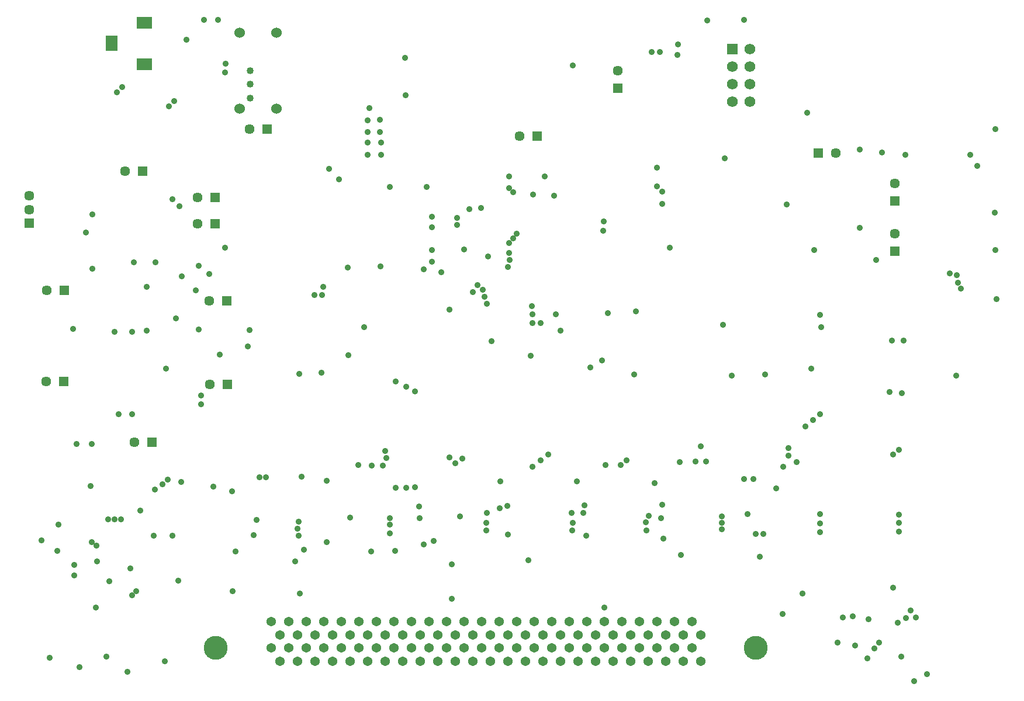
<source format=gbs>
G04*
G04 #@! TF.GenerationSoftware,Altium Limited,Altium Designer,20.2.5 (213)*
G04*
G04 Layer_Color=16711935*
%FSLAX25Y25*%
%MOIN*%
G70*
G04*
G04 #@! TF.SameCoordinates,4C881970-A33B-4F38-ADD6-4E4DC0F1003D*
G04*
G04*
G04 #@! TF.FilePolarity,Negative*
G04*
G01*
G75*
%ADD75R,0.05682X0.05682*%
%ADD76C,0.05682*%
%ADD77C,0.04000*%
%ADD78C,0.06000*%
%ADD79C,0.06181*%
%ADD80R,0.06181X0.06181*%
%ADD81R,0.05682X0.05682*%
%ADD82R,0.06706X0.09068*%
%ADD83R,0.09068X0.06706*%
%ADD84C,0.05386*%
%ADD85C,0.13674*%
%ADD86C,0.05721*%
%ADD87R,0.05721X0.05721*%
%ADD88C,0.03556*%
D75*
X197000Y242000D02*
D03*
X262500Y420500D02*
D03*
X416500Y416500D02*
D03*
X577000Y407000D02*
D03*
X233000Y366500D02*
D03*
X191500Y396500D02*
D03*
X147000Y328500D02*
D03*
X239500Y322500D02*
D03*
X239750Y275000D02*
D03*
X146500Y276500D02*
D03*
X233000Y381500D02*
D03*
D76*
X187000Y242000D02*
D03*
X252500Y420500D02*
D03*
X406500Y416500D02*
D03*
X587000Y407000D02*
D03*
X620500Y361000D02*
D03*
X223000Y366500D02*
D03*
X620500Y389500D02*
D03*
X181500Y396500D02*
D03*
X137000Y328500D02*
D03*
X229500Y322500D02*
D03*
X229750Y275000D02*
D03*
X136500Y276500D02*
D03*
X223000Y381500D02*
D03*
X462500Y454000D02*
D03*
D77*
X253000Y438252D02*
D03*
Y446126D02*
D03*
Y454000D02*
D03*
D78*
X246898Y432346D02*
D03*
Y475654D02*
D03*
X267764Y432346D02*
D03*
Y475654D02*
D03*
D79*
X537922Y436351D02*
D03*
Y446351D02*
D03*
Y456351D02*
D03*
Y466351D02*
D03*
X527922Y436351D02*
D03*
Y446351D02*
D03*
Y456351D02*
D03*
D80*
Y466351D02*
D03*
D81*
X620500Y351000D02*
D03*
Y379500D02*
D03*
X462500Y444000D02*
D03*
D82*
X173996Y469500D02*
D03*
D83*
X192500Y481311D02*
D03*
Y457689D02*
D03*
D84*
X269768Y116929D02*
D03*
X279768D02*
D03*
X289768D02*
D03*
X299768D02*
D03*
X309768D02*
D03*
X319768D02*
D03*
X329768D02*
D03*
X339768D02*
D03*
X349768D02*
D03*
X359768D02*
D03*
X369768D02*
D03*
X379768D02*
D03*
X389768D02*
D03*
X399768D02*
D03*
X409768D02*
D03*
X419768D02*
D03*
X429768D02*
D03*
X439768D02*
D03*
X449768D02*
D03*
X459768D02*
D03*
X469768D02*
D03*
X479768D02*
D03*
X489768D02*
D03*
X499768D02*
D03*
X509768D02*
D03*
X264768Y124409D02*
D03*
X274768D02*
D03*
X284768D02*
D03*
X294768D02*
D03*
X304768D02*
D03*
X314768D02*
D03*
X324768D02*
D03*
X334768D02*
D03*
X344768D02*
D03*
X354768D02*
D03*
X364768D02*
D03*
X374768D02*
D03*
X384768D02*
D03*
X394768D02*
D03*
X404768D02*
D03*
X414768D02*
D03*
X424768D02*
D03*
X434768D02*
D03*
X444768D02*
D03*
X454768D02*
D03*
X464768D02*
D03*
X474768D02*
D03*
X484768D02*
D03*
X494768D02*
D03*
X504768D02*
D03*
X269768Y131890D02*
D03*
X279768D02*
D03*
X289768D02*
D03*
X299768D02*
D03*
X309768D02*
D03*
X319768D02*
D03*
X329768D02*
D03*
X339768D02*
D03*
X349768D02*
D03*
X359768D02*
D03*
X369768D02*
D03*
X379768D02*
D03*
X389768D02*
D03*
X399768D02*
D03*
X409768D02*
D03*
X419768D02*
D03*
X429768D02*
D03*
X439768D02*
D03*
X449768D02*
D03*
X459768D02*
D03*
X469768D02*
D03*
X479768D02*
D03*
X489768D02*
D03*
X499768D02*
D03*
X509768D02*
D03*
X264768Y139370D02*
D03*
X274768D02*
D03*
X284768D02*
D03*
X294768D02*
D03*
X304768D02*
D03*
X314768D02*
D03*
X324768D02*
D03*
X334768D02*
D03*
X344768D02*
D03*
X354768D02*
D03*
X364768D02*
D03*
X374768D02*
D03*
X384768D02*
D03*
X394768D02*
D03*
X404768D02*
D03*
X414768D02*
D03*
X424768D02*
D03*
X434768D02*
D03*
X444768D02*
D03*
X454768D02*
D03*
X464768D02*
D03*
X474768D02*
D03*
X484768D02*
D03*
X494768D02*
D03*
X504768D02*
D03*
D85*
X233272Y124409D02*
D03*
X541264D02*
D03*
D86*
X127000Y374626D02*
D03*
Y382500D02*
D03*
D87*
Y366752D02*
D03*
D88*
X540000Y221000D02*
D03*
X559810Y234053D02*
D03*
X553000Y215500D02*
D03*
X605500Y141000D02*
D03*
X622074Y138985D02*
D03*
X619696Y159000D02*
D03*
X243000Y157000D02*
D03*
X255000Y189000D02*
D03*
X631500Y105500D02*
D03*
X545500Y189500D02*
D03*
X357500Y185500D02*
D03*
X296500Y185000D02*
D03*
X314500Y229000D02*
D03*
X296688Y220021D02*
D03*
X212000Y163000D02*
D03*
X184500Y170000D02*
D03*
X541243Y189678D02*
D03*
X488500Y187000D02*
D03*
X444500Y188500D02*
D03*
X400000Y189122D02*
D03*
X252500Y306000D02*
D03*
X251500Y296500D02*
D03*
X244637Y179637D02*
D03*
X281068Y155569D02*
D03*
X351979Y183495D02*
D03*
X568000Y155500D02*
D03*
X543500Y176500D02*
D03*
X498500Y177500D02*
D03*
X454811Y147500D02*
D03*
X411500Y174500D02*
D03*
X368000Y152500D02*
D03*
X152000Y306500D02*
D03*
X175579Y304998D02*
D03*
X185500Y305000D02*
D03*
X193952Y305567D02*
D03*
X222000Y328500D02*
D03*
X214000Y336500D02*
D03*
X163000Y341000D02*
D03*
X186500Y344500D02*
D03*
X199000D02*
D03*
X238500Y353000D02*
D03*
X208500Y380500D02*
D03*
X212500Y376500D02*
D03*
X163000Y372000D02*
D03*
X159206Y361546D02*
D03*
X177000Y441500D02*
D03*
X180000Y444500D02*
D03*
X206510Y433515D02*
D03*
X209500Y436500D02*
D03*
X216500Y471500D02*
D03*
X238749Y457797D02*
D03*
X238500Y453000D02*
D03*
X226500Y483000D02*
D03*
X234500D02*
D03*
X341500Y440000D02*
D03*
X341124Y461131D02*
D03*
X486500Y464500D02*
D03*
X482000D02*
D03*
X570500Y430000D02*
D03*
X437000Y457000D02*
D03*
X496500Y463000D02*
D03*
X513500Y482500D02*
D03*
X534500Y483000D02*
D03*
X522500Y309000D02*
D03*
X578000Y314517D02*
D03*
X578500Y307500D02*
D03*
X412992Y291140D02*
D03*
X447000Y284500D02*
D03*
X453500Y288500D02*
D03*
X472000Y280500D02*
D03*
X527500Y280000D02*
D03*
X546500Y280500D02*
D03*
X573000Y284000D02*
D03*
X619500Y235000D02*
D03*
X617555Y270434D02*
D03*
X619000Y300000D02*
D03*
X623000Y237500D02*
D03*
X624500Y270000D02*
D03*
X625500Y300000D02*
D03*
X678500Y323500D02*
D03*
X655863Y337278D02*
D03*
X656500Y333000D02*
D03*
X658139Y329435D02*
D03*
X655500Y280000D02*
D03*
X610000Y346000D02*
D03*
X651872Y338088D02*
D03*
X667500Y399500D02*
D03*
X678000Y420500D02*
D03*
X626500Y406000D02*
D03*
X600500Y409000D02*
D03*
X613103Y407127D02*
D03*
X600611Y364335D02*
D03*
X574500Y351500D02*
D03*
X523672Y403737D02*
D03*
X485000Y398500D02*
D03*
Y388000D02*
D03*
X488000Y385000D02*
D03*
Y378000D02*
D03*
X492184Y352909D02*
D03*
X454500Y368000D02*
D03*
X454149Y362667D02*
D03*
X421000Y393500D02*
D03*
X400500D02*
D03*
X403000Y384500D02*
D03*
X400500Y387000D02*
D03*
X384446Y375565D02*
D03*
X378000Y375000D02*
D03*
X371000Y370000D02*
D03*
X351959Y340511D02*
D03*
X380000Y327500D02*
D03*
X382500Y331500D02*
D03*
X390500Y299500D02*
D03*
X366525Y317491D02*
D03*
X327078Y342059D02*
D03*
X308589Y341567D02*
D03*
X294500Y330500D02*
D03*
X289500Y326000D02*
D03*
X294000D02*
D03*
X317823Y307390D02*
D03*
X293500Y281500D02*
D03*
X281000Y281000D02*
D03*
X556500Y144000D02*
D03*
X632500Y142000D02*
D03*
X591000D02*
D03*
X596500Y142500D02*
D03*
X604825Y118624D02*
D03*
X639000Y109500D02*
D03*
X564408Y230577D02*
D03*
X557000Y228000D02*
D03*
X560000Y238500D02*
D03*
X510000Y239500D02*
D03*
X498000Y230500D02*
D03*
X513000Y231000D02*
D03*
X507000D02*
D03*
X467462Y231462D02*
D03*
X455500Y229000D02*
D03*
X464229Y228977D02*
D03*
X423000Y235000D02*
D03*
X418500Y231500D02*
D03*
X414000Y228000D02*
D03*
X374000Y232500D02*
D03*
X370000Y230000D02*
D03*
X366627Y233351D02*
D03*
X330000Y237000D02*
D03*
X330500Y233000D02*
D03*
X322341Y228609D02*
D03*
X328500Y228500D02*
D03*
X258103Y222007D02*
D03*
X282295Y222048D02*
D03*
X262000Y222000D02*
D03*
X205000Y284000D02*
D03*
X225000Y268500D02*
D03*
Y263500D02*
D03*
X185500Y258000D02*
D03*
X177773Y257859D02*
D03*
X154000Y241000D02*
D03*
X162500D02*
D03*
X162000Y217000D02*
D03*
X232000Y216500D02*
D03*
X143000Y180000D02*
D03*
X208500Y188500D02*
D03*
X198000D02*
D03*
X143500Y195000D02*
D03*
X152500Y172000D02*
D03*
X204117Y116696D02*
D03*
X183000Y111000D02*
D03*
X165000Y147500D02*
D03*
X138500Y119000D02*
D03*
X213699Y219267D02*
D03*
X362000Y339000D02*
D03*
X375000Y352000D02*
D03*
X371000Y366000D02*
D03*
X356500Y370500D02*
D03*
Y364500D02*
D03*
Y351500D02*
D03*
Y345000D02*
D03*
X321000Y432500D02*
D03*
X327000Y426000D02*
D03*
X320000Y425500D02*
D03*
X327000Y419000D02*
D03*
X320000D02*
D03*
X327500Y413000D02*
D03*
X320000D02*
D03*
X327500Y406000D02*
D03*
X320000D02*
D03*
X223500Y342500D02*
D03*
X229500Y338000D02*
D03*
X303500Y392000D02*
D03*
X298000Y398000D02*
D03*
X336000Y216000D02*
D03*
X353500Y387500D02*
D03*
X624161Y119665D02*
D03*
X473000Y316500D02*
D03*
X401000Y346000D02*
D03*
X400500Y350000D02*
D03*
X457000Y315500D02*
D03*
X427236Y315000D02*
D03*
X430000Y305663D02*
D03*
X536684Y200958D02*
D03*
X480250Y199750D02*
D03*
X487381Y198441D02*
D03*
X483695Y218591D02*
D03*
X418543Y309725D02*
D03*
X414000Y309829D02*
D03*
X439249Y219503D02*
D03*
X442819Y201486D02*
D03*
X395075Y204274D02*
D03*
X395500Y219500D02*
D03*
X414000Y315000D02*
D03*
X349500Y198500D02*
D03*
X413457Y319500D02*
D03*
X310000Y199000D02*
D03*
X400000Y342000D02*
D03*
X400500Y355500D02*
D03*
X403000Y358171D02*
D03*
X405000Y361000D02*
D03*
X190313Y202813D02*
D03*
X309000Y291500D02*
D03*
X388500Y348000D02*
D03*
X534500Y221000D02*
D03*
X521782Y192039D02*
D03*
X522000Y196000D02*
D03*
Y199500D02*
D03*
X479000Y191500D02*
D03*
X478624Y196124D02*
D03*
X436125Y201375D02*
D03*
X436500Y191500D02*
D03*
X387500Y196000D02*
D03*
X436939Y195811D02*
D03*
X387500Y191500D02*
D03*
X388000Y201500D02*
D03*
X623000Y191000D02*
D03*
Y196000D02*
D03*
X569500Y251000D02*
D03*
X574000Y254500D02*
D03*
X578000Y258000D02*
D03*
X347000Y271000D02*
D03*
X342000Y273500D02*
D03*
X336000Y276500D02*
D03*
X627000Y141500D02*
D03*
X623000Y200500D02*
D03*
X578000Y201000D02*
D03*
Y190500D02*
D03*
Y195500D02*
D03*
X629500Y146000D02*
D03*
X388000Y321000D02*
D03*
X386500Y325000D02*
D03*
X385500Y329000D02*
D03*
X349378Y205254D02*
D03*
X488000Y206158D02*
D03*
X443500Y206000D02*
D03*
X399500Y205500D02*
D03*
X342000Y216000D02*
D03*
X347000Y216055D02*
D03*
X335622Y179800D02*
D03*
X332500Y190000D02*
D03*
Y195000D02*
D03*
Y198500D02*
D03*
X242500Y214000D02*
D03*
X256500Y197500D02*
D03*
X171000Y119500D02*
D03*
X155500Y113500D02*
D03*
X172500Y162500D02*
D03*
X152500Y166000D02*
D03*
X133961Y185710D02*
D03*
X165500Y173899D02*
D03*
X280500Y188406D02*
D03*
X280000Y192500D02*
D03*
X280713Y196575D02*
D03*
X283500Y180500D02*
D03*
X206000Y220500D02*
D03*
X175500Y198000D02*
D03*
X203000Y218000D02*
D03*
X198500Y215000D02*
D03*
X179148Y197965D02*
D03*
X172000Y198000D02*
D03*
X611546Y127591D02*
D03*
X598000Y126000D02*
D03*
X609000Y124102D02*
D03*
X588000Y127500D02*
D03*
X372500Y199500D02*
D03*
X367887Y172028D02*
D03*
X322000Y179500D02*
D03*
X278500Y174000D02*
D03*
X188000Y157000D02*
D03*
X185500Y154500D02*
D03*
X162500Y185000D02*
D03*
X165290Y182710D02*
D03*
X194000Y330500D02*
D03*
X235500Y292000D02*
D03*
X210427Y312495D02*
D03*
X223683Y306105D02*
D03*
X332500Y387500D02*
D03*
X678000Y351500D02*
D03*
X663500Y406000D02*
D03*
X559000Y377500D02*
D03*
X426319Y382681D02*
D03*
X414319Y383182D02*
D03*
X677500Y373000D02*
D03*
X496951Y469021D02*
D03*
M02*

</source>
